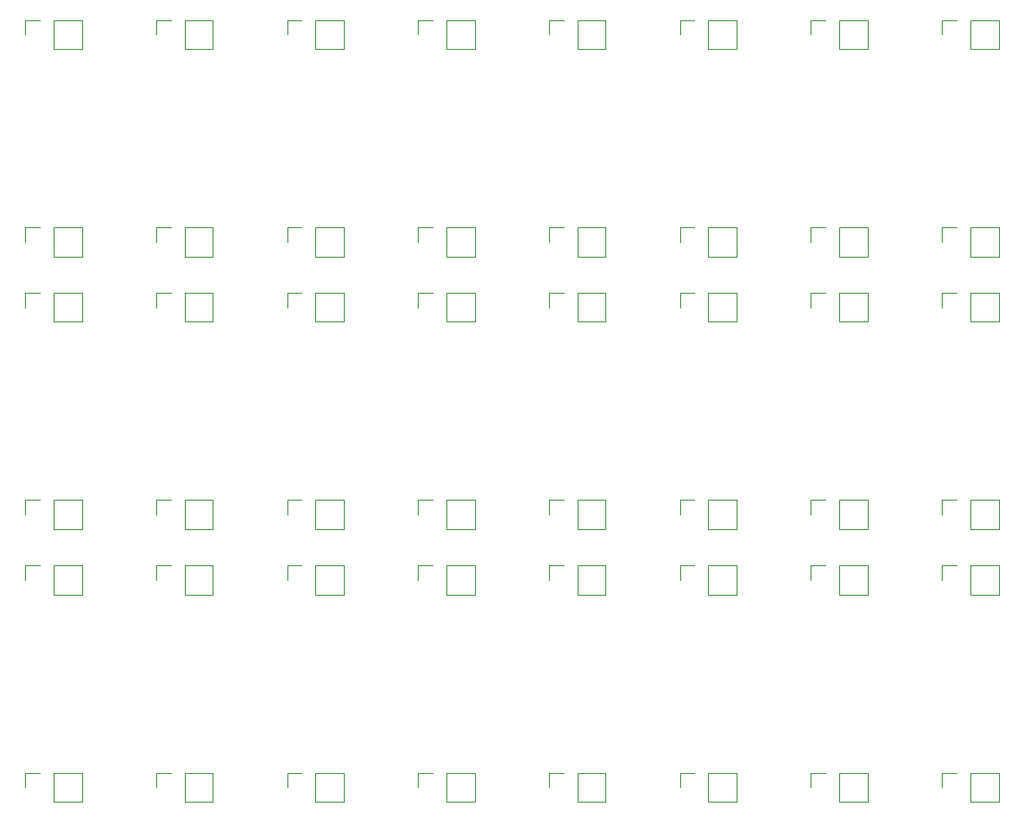
<source format=gbr>
%TF.GenerationSoftware,KiCad,Pcbnew,(6.0.0-0)*%
%TF.CreationDate,2022-11-30T22:12:17-05:00*%
%TF.ProjectId,AudioJack-Breakout,41756469-6f4a-4616-936b-2d427265616b,rev?*%
%TF.SameCoordinates,Original*%
%TF.FileFunction,Legend,Bot*%
%TF.FilePolarity,Positive*%
%FSLAX46Y46*%
G04 Gerber Fmt 4.6, Leading zero omitted, Abs format (unit mm)*
G04 Created by KiCad (PCBNEW (6.0.0-0)) date 2022-11-30 22:12:17*
%MOMM*%
%LPD*%
G01*
G04 APERTURE LIST*
%ADD10C,0.120000*%
G04 APERTURE END LIST*
D10*
%TO.C,J74*%
X192870000Y-116670000D02*
X192870000Y-119330000D01*
X190270000Y-116670000D02*
X190270000Y-119330000D01*
X190270000Y-119330000D02*
X192870000Y-119330000D01*
X189000000Y-116670000D02*
X187670000Y-116670000D01*
X187670000Y-116670000D02*
X187670000Y-118000000D01*
X190270000Y-116670000D02*
X192870000Y-116670000D01*
%TO.C,J73*%
X192870000Y-135670000D02*
X192870000Y-138330000D01*
X189000000Y-135670000D02*
X187670000Y-135670000D01*
X190270000Y-135670000D02*
X190270000Y-138330000D01*
X190270000Y-138330000D02*
X192870000Y-138330000D01*
X187670000Y-135670000D02*
X187670000Y-137000000D01*
X190270000Y-135670000D02*
X192870000Y-135670000D01*
%TO.C,J71*%
X180870000Y-116670000D02*
X180870000Y-119330000D01*
X178270000Y-116670000D02*
X178270000Y-119330000D01*
X178270000Y-119330000D02*
X180870000Y-119330000D01*
X177000000Y-116670000D02*
X175670000Y-116670000D01*
X175670000Y-116670000D02*
X175670000Y-118000000D01*
X178270000Y-116670000D02*
X180870000Y-116670000D01*
%TO.C,J70*%
X180870000Y-135670000D02*
X180870000Y-138330000D01*
X177000000Y-135670000D02*
X175670000Y-135670000D01*
X178270000Y-135670000D02*
X178270000Y-138330000D01*
X178270000Y-138330000D02*
X180870000Y-138330000D01*
X175670000Y-135670000D02*
X175670000Y-137000000D01*
X178270000Y-135670000D02*
X180870000Y-135670000D01*
%TO.C,J68*%
X168870000Y-116670000D02*
X168870000Y-119330000D01*
X166270000Y-116670000D02*
X166270000Y-119330000D01*
X166270000Y-119330000D02*
X168870000Y-119330000D01*
X165000000Y-116670000D02*
X163670000Y-116670000D01*
X163670000Y-116670000D02*
X163670000Y-118000000D01*
X166270000Y-116670000D02*
X168870000Y-116670000D01*
%TO.C,J67*%
X168870000Y-135670000D02*
X168870000Y-138330000D01*
X165000000Y-135670000D02*
X163670000Y-135670000D01*
X166270000Y-135670000D02*
X166270000Y-138330000D01*
X166270000Y-138330000D02*
X168870000Y-138330000D01*
X163670000Y-135670000D02*
X163670000Y-137000000D01*
X166270000Y-135670000D02*
X168870000Y-135670000D01*
%TO.C,J65*%
X156870000Y-116670000D02*
X156870000Y-119330000D01*
X154270000Y-116670000D02*
X154270000Y-119330000D01*
X154270000Y-119330000D02*
X156870000Y-119330000D01*
X153000000Y-116670000D02*
X151670000Y-116670000D01*
X151670000Y-116670000D02*
X151670000Y-118000000D01*
X154270000Y-116670000D02*
X156870000Y-116670000D01*
%TO.C,J64*%
X156870000Y-135670000D02*
X156870000Y-138330000D01*
X153000000Y-135670000D02*
X151670000Y-135670000D01*
X154270000Y-135670000D02*
X154270000Y-138330000D01*
X154270000Y-138330000D02*
X156870000Y-138330000D01*
X151670000Y-135670000D02*
X151670000Y-137000000D01*
X154270000Y-135670000D02*
X156870000Y-135670000D01*
%TO.C,J62*%
X144870000Y-116670000D02*
X144870000Y-119330000D01*
X142270000Y-116670000D02*
X142270000Y-119330000D01*
X142270000Y-119330000D02*
X144870000Y-119330000D01*
X141000000Y-116670000D02*
X139670000Y-116670000D01*
X139670000Y-116670000D02*
X139670000Y-118000000D01*
X142270000Y-116670000D02*
X144870000Y-116670000D01*
%TO.C,J61*%
X144870000Y-135670000D02*
X144870000Y-138330000D01*
X141000000Y-135670000D02*
X139670000Y-135670000D01*
X142270000Y-135670000D02*
X142270000Y-138330000D01*
X142270000Y-138330000D02*
X144870000Y-138330000D01*
X139670000Y-135670000D02*
X139670000Y-137000000D01*
X142270000Y-135670000D02*
X144870000Y-135670000D01*
%TO.C,J59*%
X132870000Y-116670000D02*
X132870000Y-119330000D01*
X130270000Y-116670000D02*
X130270000Y-119330000D01*
X130270000Y-119330000D02*
X132870000Y-119330000D01*
X129000000Y-116670000D02*
X127670000Y-116670000D01*
X127670000Y-116670000D02*
X127670000Y-118000000D01*
X130270000Y-116670000D02*
X132870000Y-116670000D01*
%TO.C,J58*%
X132870000Y-135670000D02*
X132870000Y-138330000D01*
X129000000Y-135670000D02*
X127670000Y-135670000D01*
X130270000Y-135670000D02*
X130270000Y-138330000D01*
X130270000Y-138330000D02*
X132870000Y-138330000D01*
X127670000Y-135670000D02*
X127670000Y-137000000D01*
X130270000Y-135670000D02*
X132870000Y-135670000D01*
%TO.C,J56*%
X120870000Y-116670000D02*
X120870000Y-119330000D01*
X118270000Y-116670000D02*
X118270000Y-119330000D01*
X118270000Y-119330000D02*
X120870000Y-119330000D01*
X117000000Y-116670000D02*
X115670000Y-116670000D01*
X115670000Y-116670000D02*
X115670000Y-118000000D01*
X118270000Y-116670000D02*
X120870000Y-116670000D01*
%TO.C,J55*%
X120870000Y-135670000D02*
X120870000Y-138330000D01*
X117000000Y-135670000D02*
X115670000Y-135670000D01*
X118270000Y-135670000D02*
X118270000Y-138330000D01*
X118270000Y-138330000D02*
X120870000Y-138330000D01*
X115670000Y-135670000D02*
X115670000Y-137000000D01*
X118270000Y-135670000D02*
X120870000Y-135670000D01*
%TO.C,J53*%
X108870000Y-116670000D02*
X108870000Y-119330000D01*
X106270000Y-116670000D02*
X106270000Y-119330000D01*
X106270000Y-119330000D02*
X108870000Y-119330000D01*
X105000000Y-116670000D02*
X103670000Y-116670000D01*
X103670000Y-116670000D02*
X103670000Y-118000000D01*
X106270000Y-116670000D02*
X108870000Y-116670000D01*
%TO.C,J52*%
X108870000Y-135670000D02*
X108870000Y-138330000D01*
X105000000Y-135670000D02*
X103670000Y-135670000D01*
X106270000Y-135670000D02*
X106270000Y-138330000D01*
X106270000Y-138330000D02*
X108870000Y-138330000D01*
X103670000Y-135670000D02*
X103670000Y-137000000D01*
X106270000Y-135670000D02*
X108870000Y-135670000D01*
%TO.C,J50*%
X192870000Y-91670000D02*
X192870000Y-94330000D01*
X190270000Y-91670000D02*
X190270000Y-94330000D01*
X190270000Y-94330000D02*
X192870000Y-94330000D01*
X189000000Y-91670000D02*
X187670000Y-91670000D01*
X187670000Y-91670000D02*
X187670000Y-93000000D01*
X190270000Y-91670000D02*
X192870000Y-91670000D01*
%TO.C,J49*%
X192870000Y-110670000D02*
X192870000Y-113330000D01*
X189000000Y-110670000D02*
X187670000Y-110670000D01*
X190270000Y-110670000D02*
X190270000Y-113330000D01*
X190270000Y-113330000D02*
X192870000Y-113330000D01*
X187670000Y-110670000D02*
X187670000Y-112000000D01*
X190270000Y-110670000D02*
X192870000Y-110670000D01*
%TO.C,J47*%
X180870000Y-91670000D02*
X180870000Y-94330000D01*
X178270000Y-91670000D02*
X178270000Y-94330000D01*
X178270000Y-94330000D02*
X180870000Y-94330000D01*
X177000000Y-91670000D02*
X175670000Y-91670000D01*
X175670000Y-91670000D02*
X175670000Y-93000000D01*
X178270000Y-91670000D02*
X180870000Y-91670000D01*
%TO.C,J46*%
X180870000Y-110670000D02*
X180870000Y-113330000D01*
X177000000Y-110670000D02*
X175670000Y-110670000D01*
X178270000Y-110670000D02*
X178270000Y-113330000D01*
X178270000Y-113330000D02*
X180870000Y-113330000D01*
X175670000Y-110670000D02*
X175670000Y-112000000D01*
X178270000Y-110670000D02*
X180870000Y-110670000D01*
%TO.C,J44*%
X168870000Y-91670000D02*
X168870000Y-94330000D01*
X166270000Y-91670000D02*
X166270000Y-94330000D01*
X166270000Y-94330000D02*
X168870000Y-94330000D01*
X165000000Y-91670000D02*
X163670000Y-91670000D01*
X163670000Y-91670000D02*
X163670000Y-93000000D01*
X166270000Y-91670000D02*
X168870000Y-91670000D01*
%TO.C,J43*%
X168870000Y-110670000D02*
X168870000Y-113330000D01*
X165000000Y-110670000D02*
X163670000Y-110670000D01*
X166270000Y-110670000D02*
X166270000Y-113330000D01*
X166270000Y-113330000D02*
X168870000Y-113330000D01*
X163670000Y-110670000D02*
X163670000Y-112000000D01*
X166270000Y-110670000D02*
X168870000Y-110670000D01*
%TO.C,J41*%
X156870000Y-91670000D02*
X156870000Y-94330000D01*
X154270000Y-91670000D02*
X154270000Y-94330000D01*
X154270000Y-94330000D02*
X156870000Y-94330000D01*
X153000000Y-91670000D02*
X151670000Y-91670000D01*
X151670000Y-91670000D02*
X151670000Y-93000000D01*
X154270000Y-91670000D02*
X156870000Y-91670000D01*
%TO.C,J40*%
X156870000Y-110670000D02*
X156870000Y-113330000D01*
X153000000Y-110670000D02*
X151670000Y-110670000D01*
X154270000Y-110670000D02*
X154270000Y-113330000D01*
X154270000Y-113330000D02*
X156870000Y-113330000D01*
X151670000Y-110670000D02*
X151670000Y-112000000D01*
X154270000Y-110670000D02*
X156870000Y-110670000D01*
%TO.C,J38*%
X144870000Y-91670000D02*
X144870000Y-94330000D01*
X142270000Y-91670000D02*
X142270000Y-94330000D01*
X142270000Y-94330000D02*
X144870000Y-94330000D01*
X141000000Y-91670000D02*
X139670000Y-91670000D01*
X139670000Y-91670000D02*
X139670000Y-93000000D01*
X142270000Y-91670000D02*
X144870000Y-91670000D01*
%TO.C,J37*%
X144870000Y-110670000D02*
X144870000Y-113330000D01*
X141000000Y-110670000D02*
X139670000Y-110670000D01*
X142270000Y-110670000D02*
X142270000Y-113330000D01*
X142270000Y-113330000D02*
X144870000Y-113330000D01*
X139670000Y-110670000D02*
X139670000Y-112000000D01*
X142270000Y-110670000D02*
X144870000Y-110670000D01*
%TO.C,J35*%
X132870000Y-91670000D02*
X132870000Y-94330000D01*
X130270000Y-91670000D02*
X130270000Y-94330000D01*
X130270000Y-94330000D02*
X132870000Y-94330000D01*
X129000000Y-91670000D02*
X127670000Y-91670000D01*
X127670000Y-91670000D02*
X127670000Y-93000000D01*
X130270000Y-91670000D02*
X132870000Y-91670000D01*
%TO.C,J34*%
X132870000Y-110670000D02*
X132870000Y-113330000D01*
X129000000Y-110670000D02*
X127670000Y-110670000D01*
X130270000Y-110670000D02*
X130270000Y-113330000D01*
X130270000Y-113330000D02*
X132870000Y-113330000D01*
X127670000Y-110670000D02*
X127670000Y-112000000D01*
X130270000Y-110670000D02*
X132870000Y-110670000D01*
%TO.C,J32*%
X120870000Y-91670000D02*
X120870000Y-94330000D01*
X118270000Y-91670000D02*
X118270000Y-94330000D01*
X118270000Y-94330000D02*
X120870000Y-94330000D01*
X117000000Y-91670000D02*
X115670000Y-91670000D01*
X115670000Y-91670000D02*
X115670000Y-93000000D01*
X118270000Y-91670000D02*
X120870000Y-91670000D01*
%TO.C,J31*%
X120870000Y-110670000D02*
X120870000Y-113330000D01*
X117000000Y-110670000D02*
X115670000Y-110670000D01*
X118270000Y-110670000D02*
X118270000Y-113330000D01*
X118270000Y-113330000D02*
X120870000Y-113330000D01*
X115670000Y-110670000D02*
X115670000Y-112000000D01*
X118270000Y-110670000D02*
X120870000Y-110670000D01*
%TO.C,J29*%
X108870000Y-91670000D02*
X108870000Y-94330000D01*
X106270000Y-91670000D02*
X106270000Y-94330000D01*
X106270000Y-94330000D02*
X108870000Y-94330000D01*
X105000000Y-91670000D02*
X103670000Y-91670000D01*
X103670000Y-91670000D02*
X103670000Y-93000000D01*
X106270000Y-91670000D02*
X108870000Y-91670000D01*
%TO.C,J28*%
X108870000Y-110670000D02*
X108870000Y-113330000D01*
X105000000Y-110670000D02*
X103670000Y-110670000D01*
X106270000Y-110670000D02*
X106270000Y-113330000D01*
X106270000Y-113330000D02*
X108870000Y-113330000D01*
X103670000Y-110670000D02*
X103670000Y-112000000D01*
X106270000Y-110670000D02*
X108870000Y-110670000D01*
%TO.C,J26*%
X192870000Y-66670000D02*
X192870000Y-69330000D01*
X190270000Y-66670000D02*
X190270000Y-69330000D01*
X190270000Y-69330000D02*
X192870000Y-69330000D01*
X189000000Y-66670000D02*
X187670000Y-66670000D01*
X187670000Y-66670000D02*
X187670000Y-68000000D01*
X190270000Y-66670000D02*
X192870000Y-66670000D01*
%TO.C,J25*%
X192870000Y-85670000D02*
X192870000Y-88330000D01*
X189000000Y-85670000D02*
X187670000Y-85670000D01*
X190270000Y-85670000D02*
X190270000Y-88330000D01*
X190270000Y-88330000D02*
X192870000Y-88330000D01*
X187670000Y-85670000D02*
X187670000Y-87000000D01*
X190270000Y-85670000D02*
X192870000Y-85670000D01*
%TO.C,J23*%
X180870000Y-66670000D02*
X180870000Y-69330000D01*
X178270000Y-66670000D02*
X178270000Y-69330000D01*
X178270000Y-69330000D02*
X180870000Y-69330000D01*
X177000000Y-66670000D02*
X175670000Y-66670000D01*
X175670000Y-66670000D02*
X175670000Y-68000000D01*
X178270000Y-66670000D02*
X180870000Y-66670000D01*
%TO.C,J22*%
X180870000Y-85670000D02*
X180870000Y-88330000D01*
X177000000Y-85670000D02*
X175670000Y-85670000D01*
X178270000Y-85670000D02*
X178270000Y-88330000D01*
X178270000Y-88330000D02*
X180870000Y-88330000D01*
X175670000Y-85670000D02*
X175670000Y-87000000D01*
X178270000Y-85670000D02*
X180870000Y-85670000D01*
%TO.C,J20*%
X168870000Y-66670000D02*
X168870000Y-69330000D01*
X166270000Y-66670000D02*
X166270000Y-69330000D01*
X166270000Y-69330000D02*
X168870000Y-69330000D01*
X165000000Y-66670000D02*
X163670000Y-66670000D01*
X163670000Y-66670000D02*
X163670000Y-68000000D01*
X166270000Y-66670000D02*
X168870000Y-66670000D01*
%TO.C,J19*%
X168870000Y-85670000D02*
X168870000Y-88330000D01*
X165000000Y-85670000D02*
X163670000Y-85670000D01*
X166270000Y-85670000D02*
X166270000Y-88330000D01*
X166270000Y-88330000D02*
X168870000Y-88330000D01*
X163670000Y-85670000D02*
X163670000Y-87000000D01*
X166270000Y-85670000D02*
X168870000Y-85670000D01*
%TO.C,J17*%
X156870000Y-66670000D02*
X156870000Y-69330000D01*
X154270000Y-66670000D02*
X154270000Y-69330000D01*
X154270000Y-69330000D02*
X156870000Y-69330000D01*
X153000000Y-66670000D02*
X151670000Y-66670000D01*
X151670000Y-66670000D02*
X151670000Y-68000000D01*
X154270000Y-66670000D02*
X156870000Y-66670000D01*
%TO.C,J16*%
X156870000Y-85670000D02*
X156870000Y-88330000D01*
X153000000Y-85670000D02*
X151670000Y-85670000D01*
X154270000Y-85670000D02*
X154270000Y-88330000D01*
X154270000Y-88330000D02*
X156870000Y-88330000D01*
X151670000Y-85670000D02*
X151670000Y-87000000D01*
X154270000Y-85670000D02*
X156870000Y-85670000D01*
%TO.C,J14*%
X144870000Y-66670000D02*
X144870000Y-69330000D01*
X142270000Y-66670000D02*
X142270000Y-69330000D01*
X142270000Y-69330000D02*
X144870000Y-69330000D01*
X141000000Y-66670000D02*
X139670000Y-66670000D01*
X139670000Y-66670000D02*
X139670000Y-68000000D01*
X142270000Y-66670000D02*
X144870000Y-66670000D01*
%TO.C,J13*%
X144870000Y-85670000D02*
X144870000Y-88330000D01*
X141000000Y-85670000D02*
X139670000Y-85670000D01*
X142270000Y-85670000D02*
X142270000Y-88330000D01*
X142270000Y-88330000D02*
X144870000Y-88330000D01*
X139670000Y-85670000D02*
X139670000Y-87000000D01*
X142270000Y-85670000D02*
X144870000Y-85670000D01*
%TO.C,J11*%
X132870000Y-66670000D02*
X132870000Y-69330000D01*
X130270000Y-66670000D02*
X130270000Y-69330000D01*
X130270000Y-69330000D02*
X132870000Y-69330000D01*
X129000000Y-66670000D02*
X127670000Y-66670000D01*
X127670000Y-66670000D02*
X127670000Y-68000000D01*
X130270000Y-66670000D02*
X132870000Y-66670000D01*
%TO.C,J10*%
X132870000Y-85670000D02*
X132870000Y-88330000D01*
X129000000Y-85670000D02*
X127670000Y-85670000D01*
X130270000Y-85670000D02*
X130270000Y-88330000D01*
X130270000Y-88330000D02*
X132870000Y-88330000D01*
X127670000Y-85670000D02*
X127670000Y-87000000D01*
X130270000Y-85670000D02*
X132870000Y-85670000D01*
%TO.C,J9*%
X120870000Y-66670000D02*
X120870000Y-69330000D01*
X118270000Y-66670000D02*
X118270000Y-69330000D01*
X118270000Y-69330000D02*
X120870000Y-69330000D01*
X117000000Y-66670000D02*
X115670000Y-66670000D01*
X115670000Y-66670000D02*
X115670000Y-68000000D01*
X118270000Y-66670000D02*
X120870000Y-66670000D01*
%TO.C,J6*%
X120870000Y-85670000D02*
X120870000Y-88330000D01*
X117000000Y-85670000D02*
X115670000Y-85670000D01*
X118270000Y-85670000D02*
X118270000Y-88330000D01*
X118270000Y-88330000D02*
X120870000Y-88330000D01*
X115670000Y-85670000D02*
X115670000Y-87000000D01*
X118270000Y-85670000D02*
X120870000Y-85670000D01*
%TO.C,J4*%
X108870000Y-85670000D02*
X108870000Y-88330000D01*
X105000000Y-85670000D02*
X103670000Y-85670000D01*
X106270000Y-85670000D02*
X106270000Y-88330000D01*
X106270000Y-88330000D02*
X108870000Y-88330000D01*
X103670000Y-85670000D02*
X103670000Y-87000000D01*
X106270000Y-85670000D02*
X108870000Y-85670000D01*
%TO.C,J8*%
X108870000Y-66670000D02*
X108870000Y-69330000D01*
X106270000Y-66670000D02*
X106270000Y-69330000D01*
X106270000Y-69330000D02*
X108870000Y-69330000D01*
X105000000Y-66670000D02*
X103670000Y-66670000D01*
X103670000Y-66670000D02*
X103670000Y-68000000D01*
X106270000Y-66670000D02*
X108870000Y-66670000D01*
%TD*%
M02*

</source>
